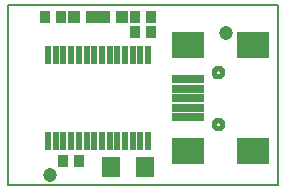
<source format=gts>
G75*
%MOIN*%
%OFA0B0*%
%FSLAX25Y25*%
%IPPOS*%
%LPD*%
%AMOC8*
5,1,8,0,0,1.08239X$1,22.5*
%
%ADD10C,0.00800*%
%ADD11R,0.03556X0.04343*%
%ADD12R,0.06312X0.07099*%
%ADD13C,0.01614*%
%ADD14R,0.10643X0.02769*%
%ADD15R,0.10643X0.08674*%
%ADD16R,0.02170X0.06300*%
%ADD17R,0.03950X0.03950*%
%ADD18C,0.04737*%
D10*
X0008114Y0006500D02*
X0008114Y0066500D01*
X0098114Y0066500D01*
X0098114Y0006500D01*
X0008114Y0006500D01*
D11*
X0026555Y0014500D03*
X0031673Y0014500D03*
X0050555Y0057500D03*
X0055673Y0057500D03*
X0055673Y0062500D03*
X0050555Y0062500D03*
X0025673Y0062500D03*
X0020555Y0062500D03*
D12*
X0042602Y0012500D03*
X0053626Y0012500D03*
D13*
X0076736Y0026839D02*
X0076738Y0026913D01*
X0076744Y0026987D01*
X0076754Y0027060D01*
X0076768Y0027133D01*
X0076785Y0027205D01*
X0076807Y0027275D01*
X0076832Y0027345D01*
X0076861Y0027413D01*
X0076894Y0027479D01*
X0076930Y0027544D01*
X0076970Y0027606D01*
X0077012Y0027667D01*
X0077058Y0027725D01*
X0077107Y0027780D01*
X0077159Y0027833D01*
X0077214Y0027883D01*
X0077271Y0027929D01*
X0077331Y0027973D01*
X0077393Y0028013D01*
X0077457Y0028050D01*
X0077523Y0028084D01*
X0077591Y0028114D01*
X0077660Y0028140D01*
X0077731Y0028163D01*
X0077802Y0028181D01*
X0077875Y0028196D01*
X0077948Y0028207D01*
X0078022Y0028214D01*
X0078096Y0028217D01*
X0078169Y0028216D01*
X0078243Y0028211D01*
X0078317Y0028202D01*
X0078390Y0028189D01*
X0078462Y0028172D01*
X0078533Y0028152D01*
X0078603Y0028127D01*
X0078671Y0028099D01*
X0078738Y0028068D01*
X0078803Y0028032D01*
X0078866Y0027994D01*
X0078927Y0027952D01*
X0078986Y0027906D01*
X0079042Y0027858D01*
X0079095Y0027807D01*
X0079145Y0027753D01*
X0079193Y0027696D01*
X0079237Y0027637D01*
X0079279Y0027575D01*
X0079317Y0027512D01*
X0079351Y0027446D01*
X0079382Y0027379D01*
X0079409Y0027310D01*
X0079432Y0027240D01*
X0079452Y0027169D01*
X0079468Y0027096D01*
X0079480Y0027023D01*
X0079488Y0026950D01*
X0079492Y0026876D01*
X0079492Y0026802D01*
X0079488Y0026728D01*
X0079480Y0026655D01*
X0079468Y0026582D01*
X0079452Y0026509D01*
X0079432Y0026438D01*
X0079409Y0026368D01*
X0079382Y0026299D01*
X0079351Y0026232D01*
X0079317Y0026166D01*
X0079279Y0026103D01*
X0079237Y0026041D01*
X0079193Y0025982D01*
X0079145Y0025925D01*
X0079095Y0025871D01*
X0079042Y0025820D01*
X0078986Y0025772D01*
X0078927Y0025726D01*
X0078866Y0025684D01*
X0078803Y0025646D01*
X0078738Y0025610D01*
X0078671Y0025579D01*
X0078603Y0025551D01*
X0078533Y0025526D01*
X0078462Y0025506D01*
X0078390Y0025489D01*
X0078317Y0025476D01*
X0078243Y0025467D01*
X0078169Y0025462D01*
X0078096Y0025461D01*
X0078022Y0025464D01*
X0077948Y0025471D01*
X0077875Y0025482D01*
X0077802Y0025497D01*
X0077731Y0025515D01*
X0077660Y0025538D01*
X0077591Y0025564D01*
X0077523Y0025594D01*
X0077457Y0025628D01*
X0077393Y0025665D01*
X0077331Y0025705D01*
X0077271Y0025749D01*
X0077214Y0025795D01*
X0077159Y0025845D01*
X0077107Y0025898D01*
X0077058Y0025953D01*
X0077012Y0026011D01*
X0076970Y0026072D01*
X0076930Y0026134D01*
X0076894Y0026199D01*
X0076861Y0026265D01*
X0076832Y0026333D01*
X0076807Y0026403D01*
X0076785Y0026473D01*
X0076768Y0026545D01*
X0076754Y0026618D01*
X0076744Y0026691D01*
X0076738Y0026765D01*
X0076736Y0026839D01*
X0076736Y0044161D02*
X0076738Y0044235D01*
X0076744Y0044309D01*
X0076754Y0044382D01*
X0076768Y0044455D01*
X0076785Y0044527D01*
X0076807Y0044597D01*
X0076832Y0044667D01*
X0076861Y0044735D01*
X0076894Y0044801D01*
X0076930Y0044866D01*
X0076970Y0044928D01*
X0077012Y0044989D01*
X0077058Y0045047D01*
X0077107Y0045102D01*
X0077159Y0045155D01*
X0077214Y0045205D01*
X0077271Y0045251D01*
X0077331Y0045295D01*
X0077393Y0045335D01*
X0077457Y0045372D01*
X0077523Y0045406D01*
X0077591Y0045436D01*
X0077660Y0045462D01*
X0077731Y0045485D01*
X0077802Y0045503D01*
X0077875Y0045518D01*
X0077948Y0045529D01*
X0078022Y0045536D01*
X0078096Y0045539D01*
X0078169Y0045538D01*
X0078243Y0045533D01*
X0078317Y0045524D01*
X0078390Y0045511D01*
X0078462Y0045494D01*
X0078533Y0045474D01*
X0078603Y0045449D01*
X0078671Y0045421D01*
X0078738Y0045390D01*
X0078803Y0045354D01*
X0078866Y0045316D01*
X0078927Y0045274D01*
X0078986Y0045228D01*
X0079042Y0045180D01*
X0079095Y0045129D01*
X0079145Y0045075D01*
X0079193Y0045018D01*
X0079237Y0044959D01*
X0079279Y0044897D01*
X0079317Y0044834D01*
X0079351Y0044768D01*
X0079382Y0044701D01*
X0079409Y0044632D01*
X0079432Y0044562D01*
X0079452Y0044491D01*
X0079468Y0044418D01*
X0079480Y0044345D01*
X0079488Y0044272D01*
X0079492Y0044198D01*
X0079492Y0044124D01*
X0079488Y0044050D01*
X0079480Y0043977D01*
X0079468Y0043904D01*
X0079452Y0043831D01*
X0079432Y0043760D01*
X0079409Y0043690D01*
X0079382Y0043621D01*
X0079351Y0043554D01*
X0079317Y0043488D01*
X0079279Y0043425D01*
X0079237Y0043363D01*
X0079193Y0043304D01*
X0079145Y0043247D01*
X0079095Y0043193D01*
X0079042Y0043142D01*
X0078986Y0043094D01*
X0078927Y0043048D01*
X0078866Y0043006D01*
X0078803Y0042968D01*
X0078738Y0042932D01*
X0078671Y0042901D01*
X0078603Y0042873D01*
X0078533Y0042848D01*
X0078462Y0042828D01*
X0078390Y0042811D01*
X0078317Y0042798D01*
X0078243Y0042789D01*
X0078169Y0042784D01*
X0078096Y0042783D01*
X0078022Y0042786D01*
X0077948Y0042793D01*
X0077875Y0042804D01*
X0077802Y0042819D01*
X0077731Y0042837D01*
X0077660Y0042860D01*
X0077591Y0042886D01*
X0077523Y0042916D01*
X0077457Y0042950D01*
X0077393Y0042987D01*
X0077331Y0043027D01*
X0077271Y0043071D01*
X0077214Y0043117D01*
X0077159Y0043167D01*
X0077107Y0043220D01*
X0077058Y0043275D01*
X0077012Y0043333D01*
X0076970Y0043394D01*
X0076930Y0043456D01*
X0076894Y0043521D01*
X0076861Y0043587D01*
X0076832Y0043655D01*
X0076807Y0043725D01*
X0076785Y0043795D01*
X0076768Y0043867D01*
X0076754Y0043940D01*
X0076744Y0044013D01*
X0076738Y0044087D01*
X0076736Y0044161D01*
D14*
X0068272Y0041799D03*
X0068272Y0038650D03*
X0068272Y0035500D03*
X0068272Y0032350D03*
X0068272Y0029201D03*
D15*
X0068272Y0017783D03*
X0089925Y0017783D03*
X0089925Y0053217D03*
X0068272Y0053217D03*
D16*
X0054748Y0049894D03*
X0052189Y0049894D03*
X0049630Y0049894D03*
X0047071Y0049894D03*
X0044512Y0049894D03*
X0041953Y0049894D03*
X0039394Y0049894D03*
X0036835Y0049894D03*
X0034276Y0049894D03*
X0031717Y0049894D03*
X0029157Y0049894D03*
X0026598Y0049894D03*
X0024039Y0049894D03*
X0021480Y0049894D03*
X0021480Y0021106D03*
X0024039Y0021106D03*
X0026598Y0021106D03*
X0029157Y0021106D03*
X0031717Y0021106D03*
X0034276Y0021106D03*
X0036835Y0021106D03*
X0039394Y0021106D03*
X0041953Y0021106D03*
X0044512Y0021106D03*
X0047071Y0021106D03*
X0049630Y0021106D03*
X0052189Y0021106D03*
X0054748Y0021106D03*
D17*
X0046067Y0062500D03*
X0040161Y0062500D03*
X0036067Y0062500D03*
X0030161Y0062500D03*
D18*
X0080914Y0057400D03*
X0022114Y0009900D03*
M02*

</source>
